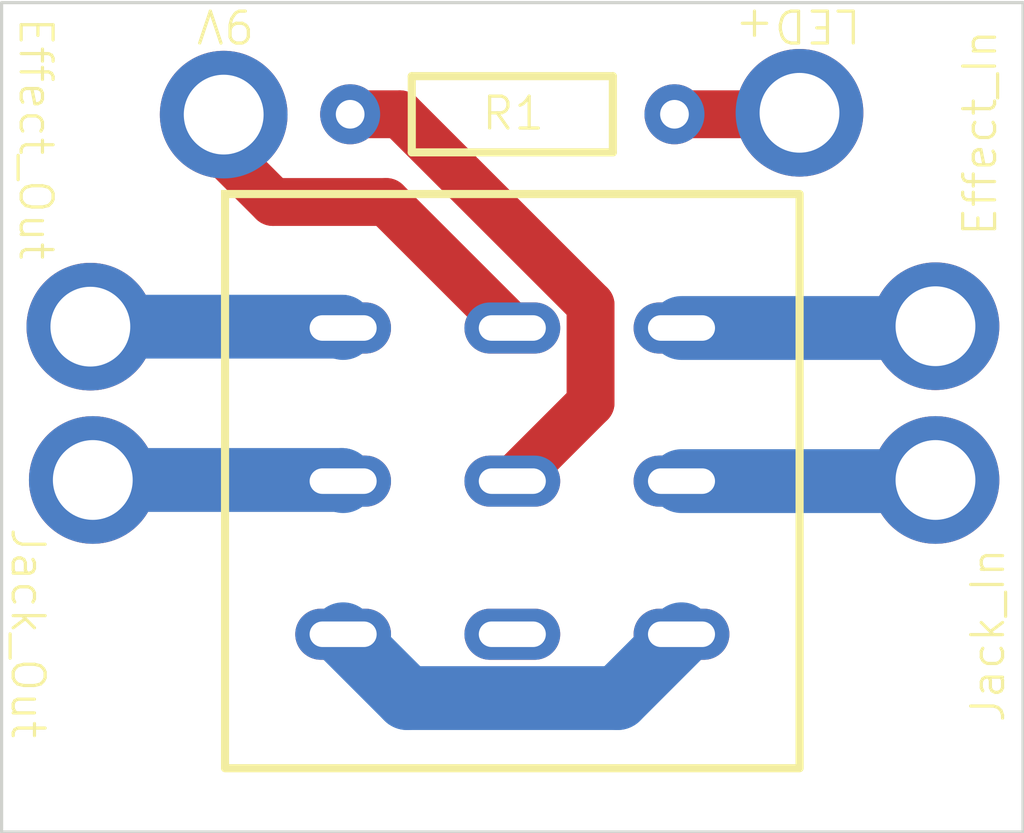
<source format=kicad_pcb>
(kicad_pcb (version 20241229) (generator "pcbnew") (generator_version "9.0")
  (layers (0 "F.Cu" signal "Top Layer") (2 "B.Cu" signal "Bottom Layer") (13 "F.Paste" user "Top Paste Mask Layer") (15 "B.Paste" user "Bottom Paste Mask Layer") (5 "F.SilkS" user "Top Silkscreen Layer") (7 "B.SilkS" user "Bottom Silkscreen Layer") (1 "F.Mask" user "Top Solder Mask Layer") (3 "B.Mask" user "Bottom Solder Mask Layer") (25 "Edge.Cuts" user "Multi-Layer"))
  (net 0 "")
  (net 1 "$1N418")
  (net 2 "$1N369")
  (net 3 "$1N710")
  (net 4 "$1N421")
  (net 5 "$1N612")
  (net 6 "$1N590")
  (net 7 "$1N548")
  (net 8 "$1N706")
  (footprint "ProPrj_Test_2025-06-08:WirePad" (layer "F.Cu") (at 133.871 105.952)
    (property "Reference" "JackOutput" (hide yes))
    (property "Value" "")
    (pad "1" thru_hole circle (at 0 -0.127) (size 4 4) (drill 2.5) (layers "*.Cu" "*.Mask") (net 1 "$1N418"))
  )
  (footprint "ProPrj_Test_2025-06-08:WirePad" (layer "F.Cu") (at 137.972 94.499)
    (property "Reference" "9V" (hide yes))
    (property "Value" "")
    (pad "1" thru_hole circle (at 0 -0.127) (size 4 4) (drill 2.5) (layers "*.Cu" "*.Mask") (net 5 "$1N612"))
  )
  (footprint "ProPrj_Test_2025-06-08:WirePad" (layer "F.Cu") (at 133.795 101.146)
    (property "Reference" "EffectOutput" (hide yes))
    (property "Value" "")
    (pad "1" thru_hole circle (at 0 -0.127) (size 4 4) (drill 2.5) (layers "*.Cu" "*.Mask") (net 6 "$1N590"))
  )
  (footprint "ProPrj_Test_2025-06-08:R_AXIAL-0.4" (layer "F.Cu") (at 147.014 94.361)
    (property "Reference" "R1" (hide yes))
    (property "Value" "")
    (fp_line (start -3.1495 -1.194) (end 3.1495 -1.194) (stroke (width 0.254)) (layer "F.SilkS"))
    (fp_line (start -3.1495 1.194) (end -3.1495 -1.194) (stroke (width 0.254)) (layer "F.SilkS"))
    (fp_line (start 3.1495 -1.194) (end 3.1495 1.194) (stroke (width 0.254)) (layer "F.SilkS"))
    (fp_line (start 3.1495 1.194) (end -3.1495 1.194) (stroke (width 0.254)) (layer "F.SilkS"))
    (pad "1" thru_hole circle (at -5.08 0) (size 1.8795 1.8795) (drill 0.899) (layers "*.Cu" "*.Mask") (net 3 "$1N710"))
    (pad "2" thru_hole circle (at 5.08 0) (size 1.8795 1.8795) (drill 0.899) (layers "*.Cu" "*.Mask") (net 8 "$1N706"))
  )
  (footprint "ProPrj_Test_2025-06-08:WirePad" (layer "F.Cu") (at 160.271 105.952)
    (property "Reference" "JackInput" (hide yes))
    (property "Value" "")
    (pad "1" thru_hole circle (at 0 -0.127) (size 4 4) (drill 2.5) (layers "*.Cu" "*.Mask") (net 4 "$1N421"))
  )
  (footprint "ProPrj_Test_2025-06-08:WirePad" (layer "F.Cu") (at 156.011 94.442)
    (property "Reference" "Led+" (hide yes))
    (property "Value" "")
    (pad "1" thru_hole circle (at 0 -0.127) (size 4 4) (drill 2.5) (layers "*.Cu" "*.Mask") (net 8 "$1N706"))
  )
  (footprint "ProPrj_Test_2025-06-08:WirePad" (layer "F.Cu") (at 160.271 101.132)
    (property "Reference" "EffectInput" (hide yes))
    (property "Value" "")
    (pad "1" thru_hole circle (at 0 -0.127) (size 4 4) (drill 2.5) (layers "*.Cu" "*.Mask") (net 7 "$1N548"))
  )
  (footprint "ProPrj_Test_2025-06-08:3dpt" (layer "F.Cu") (at 147.014 105.861)
    (property "Reference" "U4" (hide yes))
    (property "Value" "")
    (pad "1" thru_hole oval (at -5.3 4.8) (size 3 1.6) (drill oval 2.1 0.8) (layers "*.Cu" "*.Mask") (net 2 "$1N369"))
    (pad "2" thru_hole oval (at 0 4.8) (size 3 1.6) (drill oval 2.1 0.8) (layers "*.Cu" "*.Mask"))
    (pad "3" thru_hole oval (at 5.3 4.8) (size 3 1.6) (drill oval 2.1 0.8) (layers "*.Cu" "*.Mask") (net 2 "$1N369"))
    (pad "4" thru_hole oval (at -5.3 0) (size 3 1.6) (drill oval 2.1 0.8) (layers "*.Cu" "*.Mask") (net 1 "$1N418"))
    (pad "5" thru_hole oval (at 0 0) (size 3 1.6) (drill oval 2.1 0.8) (layers "*.Cu" "*.Mask") (net 3 "$1N710"))
    (pad "6" thru_hole oval (at 5.3 0) (size 3 1.6) (drill oval 2.1 0.8) (layers "*.Cu" "*.Mask") (net 4 "$1N421"))
    (pad "7" thru_hole oval (at -5.3 -4.8) (size 3 1.6) (drill oval 2.1 0.8) (layers "*.Cu" "*.Mask") (net 6 "$1N590"))
    (pad "8" thru_hole oval (at 0 -4.8) (size 3 1.6) (drill oval 2.1 0.8) (layers "*.Cu" "*.Mask") (net 5 "$1N612"))
    (pad "9" thru_hole oval (at 5.3 -4.8) (size 3 1.6) (drill oval 2.1 0.8) (layers "*.Cu" "*.Mask") (net 7 "$1N548"))
  )
  (gr_rect (start 138.014 96.861) (end 156.014 114.861) (stroke (width 0.254)) (fill no) (layer "F.SilkS"))
  (gr_rect (start 131.014 90.861) (end 163.014 116.861) (stroke (width 0.1)) (fill no) (layer "Edge.Cuts"))
  (gr_text "LED+\n" (at 158 91 180) (layer "F.SilkS") (effects (font (size 1 1) (thickness 0.1)) (justify left bottom)))
  (gr_text "Jack_Out\n" (at 131.25 107.25 270) (layer "F.SilkS") (effects (font (size 1 1) (thickness 0.1)) (justify left bottom)))
  (gr_text "9V\n" (at 139 91 180) (layer "F.SilkS") (effects (font (size 1 1) (thickness 0.1)) (justify left bottom)))
  (gr_text "Effect_In\n" (at 162.25 98.25 90) (layer "F.SilkS") (effects (font (size 1 1) (thickness 0.1)) (justify left bottom)))
  (gr_text "Jack_In\n" (at 162.5 113.5 90) (layer "F.SilkS") (effects (font (size 1 1) (thickness 0.1)) (justify left bottom)))
  (gr_text "R1\n" (at 146 94.92 0) (layer "F.SilkS") (effects (font (size 1 1) (thickness 0.1)) (justify left bottom)))
  (gr_text "Effect_Out\n" (at 131.5 91.25 270) (layer "F.SilkS") (effects (font (size 1 1) (thickness 0.1)) (justify left bottom)))
  (segment (start 133.871 105.825) (end 141.678 105.825) (width 2) (layer "B.Cu") (net 1))
  (segment (start 141.678 105.825) (end 141.714 105.861) (width 2) (layer "B.Cu") (net 1))
  (segment (start 143.715 112.662) (end 150.313 112.662) (width 2) (layer "B.Cu") (net 2))
  (segment (start 150.313 112.662) (end 152.314 110.661) (width 2) (layer "B.Cu") (net 2))
  (segment (start 141.714 110.661) (end 143.715 112.662) (width 2) (layer "B.Cu") (net 2))
  (segment (start 149.465 100.335712) (end 149.465 103.41) (width 1.5) (layer "F.Cu") (net 3))
  (segment (start 141.934 94.361) (end 143.490288 94.361) (width 1.5) (layer "F.Cu") (net 3))
  (segment (start 143.490288 94.361) (end 149.465 100.335712) (width 1.5) (layer "F.Cu") (net 3))
  (segment (start 149.465 103.41) (end 147.014 105.861) (width 1.5) (layer "F.Cu") (net 3))
  (segment (start 152.314 105.861) (end 160.2355 105.861) (width 2) (layer "B.Cu") (net 4))
  (segment (start 160.2355 105.861) (end 160.271 105.825) (width 2) (layer "B.Cu") (net 4))
  (segment (start 147.014 101.061) (end 143.064 97.111) (width 1.5) (layer "F.Cu") (net 5))
  (segment (start 139.514 97.111) (end 137.972 95.569) (width 1.5) (layer "F.Cu") (net 5))
  (segment (start 143.064 97.111) (end 139.514 97.111) (width 1.5) (layer "F.Cu") (net 5))
  (segment (start 137.972 95.569) (end 137.972 94.372) (width 1.5) (layer "F.Cu") (net 5))
  (segment (start 133.795 101.019) (end 141.672 101.019) (width 2) (layer "B.Cu") (net 6))
  (segment (start 141.672 101.019) (end 141.714 101.061) (width 2) (layer "B.Cu") (net 6))
  (segment (start 160.215 101.061) (end 160.271 101.005) (width 2) (layer "B.Cu") (net 7))
  (segment (start 152.314 101.061) (end 160.215 101.061) (width 2) (layer "B.Cu") (net 7))
  (segment (start 152.094 94.361) (end 155.9645 94.361) (width 1.5) (layer "F.Cu") (net 8))
  (segment (start 155.9645 94.361) (end 156.011 94.315) (width 1.5) (layer "F.Cu") (net 8))
)
</source>
